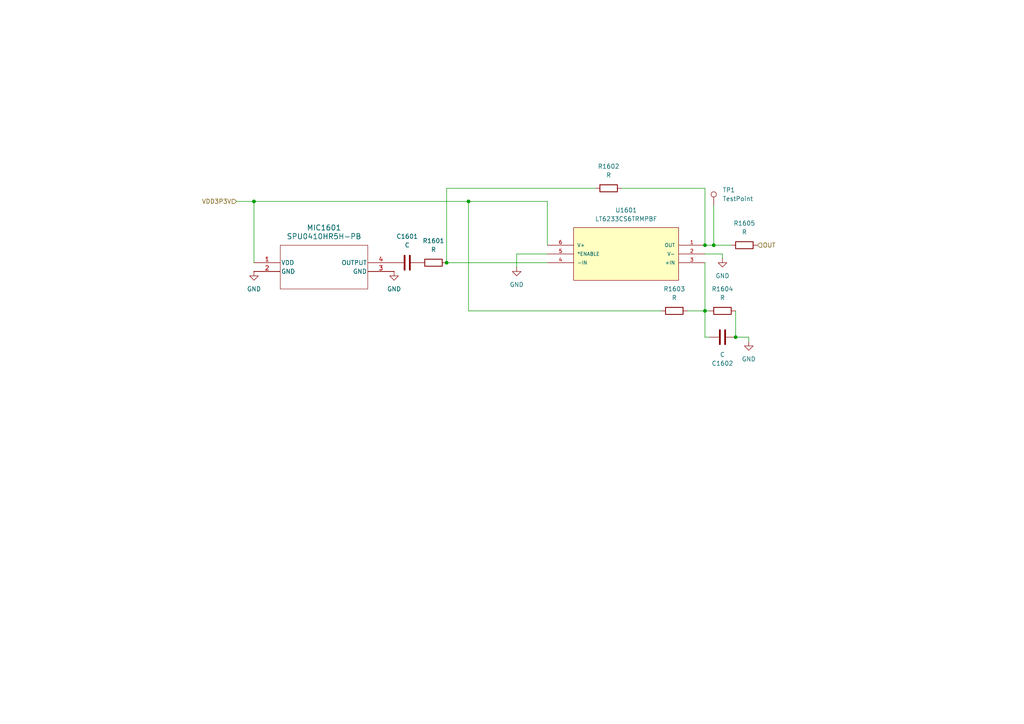
<source format=kicad_sch>
(kicad_sch (version 20231120) (generator "eeschema") (generator_version "8.0")
  (paper "A4")
  (lib_symbols
    (symbol "001_symbol:LT6233CS6TRMPBF" (pin_names (offset 1.016))
      (property "Reference" "U" (at 18.1696 9.1357 0))
      (property "Value" "LT6233CS6TRMPBF" (at 17.5251 6.5878 0))
      (symbol "LT6233CS6TRMPBF_0_0"
        (rectangle (start 7.62 -10.16) (end 38.1 5.08) (stroke (width 0.1524)) (fill (type background)))
        (pin output line (at 0 0 0) (length 7.62) (name "OUT") (number "1"))
        (pin power_in line (at 0 -2.54 0) (length 7.62) (name "V-") (number "2"))
        (pin input line (at 0 -5.08 0) (length 7.62) (name "+IN") (number "3"))
        (pin power_in line (at 45.72 -5.08 180) (length 7.62) (name "-IN") (number "4"))
        (pin passive line (at 45.72 -2.54 180) (length 7.62) (name "*ENABLE") (number "5"))
        (pin input line (at 45.72 0 180) (length 7.62) (name "V+") (number "6"))
      )
    )
    (symbol "001_symbol:SPU0410HR5H-PB" (pin_names (offset 0.254))
      (property "Reference" "MIC" (at 20.32 10.16 0))
      (property "Value" "SPU0410HR5H-PB" (at 20.32 7.62 0))
      (symbol "SPU0410HR5H-PB_0_1"
        (polyline (pts (xy 7.62 -7.62) (xy 33.02 -7.62)) (stroke (width 0.127)))
        (polyline (pts (xy 7.62 5.08) (xy 7.62 -7.62)) (stroke (width 0.127)))
        (polyline (pts (xy 33.02 -7.62) (xy 33.02 5.08)) (stroke (width 0.127)))
        (polyline (pts (xy 33.02 5.08) (xy 7.62 5.08)) (stroke (width 0.127)))
        (pin power_in line (at 0 0 0) (length 7.62) (name "VDD") (number "1"))
        (pin power_out line (at 0 -2.54 0) (length 7.62) (name "GND") (number "2"))
        (pin power_out line (at 40.64 -2.54 180) (length 7.62) (name "GND") (number "3"))
        (pin output line (at 40.64 0 180) (length 7.62) (name "OUTPUT") (number "4"))
      )
    )
    (symbol "Connector:TestPoint" (pin_numbers hide) (pin_names (offset 0.762) hide)
      (property "Reference" "TP" (at 0 6.858 0))
      (property "Value" "TestPoint" (at 0 5.08 0))
      (symbol "TestPoint_0_1"
        (circle (center 0 3.302) (radius 0.762))
      )
      (symbol "TestPoint_1_1"
        (pin passive line (at 0 0 90) (length 2.54) (name "1") (number "1"))
      )
    )
    (symbol "Device:C" (pin_numbers hide) (pin_names (offset 0.254))
      (property "Reference" "C" (at 0.635 2.54 0))
      (property "Value" "C" (at 0.635 -2.54 0))
      (symbol "C_0_1"
        (polyline (pts (xy -2.032 -0.762) (xy 2.032 -0.762)) (stroke (width 0.508)))
        (polyline (pts (xy -2.032 0.762) (xy 2.032 0.762)) (stroke (width 0.508)))
      )
      (symbol "C_1_1"
        (pin passive line (at 0 3.81 270) (length 2.794) (name "~") (number "1"))
        (pin passive line (at 0 -3.81 90) (length 2.794) (name "~") (number "2"))
      )
    )
    (symbol "Device:R" (pin_numbers hide) (pin_names (offset 0))
      (property "Reference" "R" (at 2.032 0 90))
      (property "Value" "R" (at 0 0 90))
      (symbol "R_0_1"
        (rectangle (start -1.016 -2.54) (end 1.016 2.54) (stroke (width 0.254)))
      )
      (symbol "R_1_1"
        (pin passive line (at 0 3.81 270) (length 1.27) (name "~") (number "1"))
        (pin passive line (at 0 -3.81 90) (length 1.27) (name "~") (number "2"))
      )
    )
    (symbol "power:GND" (power) (pin_numbers hide) (pin_names (offset 0) hide)
      (property "Value" "GND" (at 0 -3.81 0))
      (symbol "GND_0_1"
        (polyline (pts (xy 0 0) (xy 0 -1.27) (xy 1.27 -1.27) (xy 0 -2.54) (xy -1.27 -1.27) (xy 0 -1.27)))
      )
      (symbol "GND_1_1"
        (pin power_in line (at 0 0 270) (length 0) (name "~") (number "1"))
      )
    )
  )
  (junction (at 135.89 58.42))
  (junction (at 204.47 71.12))
  (junction (at 213.36 97.79))
  (junction (at 129.54 76.2))
  (junction (at 73.66 58.42))
  (junction (at 207.01 71.12))
  (junction (at 204.47 90.17))
  (wire (pts (xy 135.89 58.42) (xy 158.75 58.42)))
  (wire (pts (xy 204.47 76.2) (xy 204.47 90.17)))
  (wire (pts (xy 204.47 90.17) (xy 204.47 97.79)))
  (wire (pts (xy 209.55 73.66) (xy 209.55 74.93)))
  (wire (pts (xy 204.47 73.66) (xy 209.55 73.66)))
  (wire (pts (xy 213.36 97.79) (xy 217.17 97.79)))
  (wire (pts (xy 204.47 90.17) (xy 205.74 90.17)))
  (wire (pts (xy 73.66 58.42) (xy 135.89 58.42)))
  (wire (pts (xy 199.39 90.17) (xy 204.47 90.17)))
  (wire (pts (xy 129.54 54.61) (xy 172.72 54.61)))
  (wire (pts (xy 129.54 76.2) (xy 129.54 54.61)))
  (wire (pts (xy 73.66 58.42) (xy 73.66 76.2)))
  (wire (pts (xy 149.86 77.47) (xy 149.86 73.66)))
  (wire (pts (xy 204.47 97.79) (xy 205.74 97.79)))
  (wire (pts (xy 217.17 97.79) (xy 217.17 99.06)))
  (wire (pts (xy 158.75 58.42) (xy 158.75 71.12)))
  (wire (pts (xy 213.36 90.17) (xy 213.36 97.79)))
  (wire (pts (xy 149.86 73.66) (xy 158.75 73.66)))
  (wire (pts (xy 204.47 54.61) (xy 204.47 71.12)))
  (wire (pts (xy 129.54 76.2) (xy 158.75 76.2)))
  (wire (pts (xy 191.77 90.17) (xy 135.89 90.17)))
  (wire (pts (xy 207.01 71.12) (xy 212.09 71.12)))
  (wire (pts (xy 135.89 90.17) (xy 135.89 58.42)))
  (wire (pts (xy 204.47 71.12) (xy 207.01 71.12)))
  (wire (pts (xy 207.01 59.69) (xy 207.01 71.12)))
  (wire (pts (xy 180.34 54.61) (xy 204.47 54.61)))
  (wire (pts (xy 68.58 58.42) (xy 73.66 58.42)))
  (hierarchical_label "VDD3P3V" (shape input) (at 68.58 58.42 180))
  (hierarchical_label "OUT" (shape input) (at 219.71 71.12 0))
  (symbol (lib_id "Device:R") (at 215.9 71.12 270) (unit 1)
    (property "Reference" "R1605" (at 215.9 64.77 90))
    (property "Value" "R" (at 215.9 67.31 90))
    (property "Footprint" "Resistor_SMD:R_0603_1608Metric" (effects (hide yes)))
    (property "Description" "Resistor" (effects (hide yes)))
  )
  (symbol (lib_id "Device:R") (at 176.53 54.61 270) (unit 1)
    (property "Reference" "R1602" (at 176.53 48.26 90))
    (property "Value" "R" (at 176.53 50.8 90))
    (property "Footprint" "Resistor_SMD:R_0603_1608Metric" (effects (hide yes)))
    (property "Description" "Resistor" (effects (hide yes)))
  )
  (symbol (lib_id "Device:C") (at 209.55 97.79 90) (mirror x) (unit 1)
    (property "Reference" "C1602" (at 209.55 105.41 90))
    (property "Value" "C" (at 209.55 102.87 90))
    (property "Footprint" "Capacitor_SMD:C_0603_1608Metric" (effects (hide yes)))
    (property "Description" "Unpolarized capacitor" (effects (hide yes)))
  )
  (symbol (lib_id "power:GND") (at 217.17 99.06 0) (unit 1)
    (property "Reference" "#PWR01605" (effects (hide yes)))
    (property "Value" "GND" (at 217.17 104.14 0))
    (property "Description" "Power symbol creates a global label with name \"GND\" , ground" (effects (hide yes)))
  )
  (symbol (lib_id "power:GND") (at 73.66 78.74 0) (unit 1)
    (property "Reference" "#PWR01601" (effects (hide yes)))
    (property "Value" "GND" (at 73.66 83.82 0))
    (property "Description" "Power symbol creates a global label with name \"GND\" , ground" (effects (hide yes)))
  )
  (symbol (lib_id "Device:R") (at 195.58 90.17 90) (unit 1)
    (property "Reference" "R1603" (at 195.58 83.82 90))
    (property "Value" "R" (at 195.58 86.36 90))
    (property "Footprint" "Resistor_SMD:R_0603_1608Metric" (effects (hide yes)))
    (property "Description" "Resistor" (effects (hide yes)))
  )
  (symbol (lib_id "Device:C") (at 118.11 76.2 270) (unit 1)
    (property "Reference" "C1601" (at 118.11 68.58 90))
    (property "Value" "C" (at 118.11 71.12 90))
    (property "Footprint" "Capacitor_SMD:C_0603_1608Metric" (effects (hide yes)))
    (property "Description" "Unpolarized capacitor" (effects (hide yes)))
  )
  (symbol (lib_id "Connector:TestPoint") (at 207.01 59.69 0) (unit 1)
    (property "Reference" "TP1" (at 209.55 55.1179 0) (effects (justify left)))
    (property "Value" "TestPoint" (at 209.55 57.6579 0) (effects (justify left)))
    (property "Footprint" "001_download:TestPoint_Pad_D0.6mm" (effects (hide yes)))
    (property "Description" "test point" (effects (hide yes)))
  )
  (symbol (lib_id "Device:R") (at 125.73 76.2 270) (unit 1)
    (property "Reference" "R1601" (at 125.73 69.85 90))
    (property "Value" "R" (at 125.73 72.39 90))
    (property "Footprint" "Resistor_SMD:R_0603_1608Metric" (effects (hide yes)))
    (property "Description" "Resistor" (effects (hide yes)))
  )
  (symbol (lib_id "power:GND") (at 149.86 77.47 0) (unit 1)
    (property "Reference" "#PWR01603" (effects (hide yes)))
    (property "Value" "GND" (at 149.86 82.55 0))
    (property "Description" "Power symbol creates a global label with name \"GND\" , ground" (effects (hide yes)))
  )
  (symbol (lib_id "001_symbol:LT6233CS6TRMPBF") (at 204.47 71.12 0) (mirror y) (unit 1)
    (property "Reference" "U1601" (at 181.61 60.96 0))
    (property "Value" "LT6233CS6TRMPBF" (at 181.61 63.5 0))
    (property "Footprint" "001_download:SOT-6_S" (effects (hide yes)))
  )
  (symbol (lib_id "001_symbol:SPU0410HR5H-PB") (at 73.66 76.2 0) (unit 1)
    (property "Reference" "MIC1601" (at 93.98 66.04 0) (effects (font (size 1.524 1.524))))
    (property "Value" "SPU0410HR5H-PB" (at 93.98 68.58 0) (effects (font (size 1.524 1.524))))
    (property "Footprint" "001_download:SPU0410HR5H-PB_KNO" (effects (hide yes)))
    (property "Datasheet" "SPU0410HR5H-PB" (effects (hide yes)))
  )
  (symbol (lib_id "Device:R") (at 209.55 90.17 90) (unit 1)
    (property "Reference" "R1604" (at 209.55 83.82 90))
    (property "Value" "R" (at 209.55 86.36 90))
    (property "Footprint" "Resistor_SMD:R_0603_1608Metric" (effects (hide yes)))
    (property "Description" "Resistor" (effects (hide yes)))
  )
  (symbol (lib_id "power:GND") (at 114.3 78.74 0) (unit 1)
    (property "Reference" "#PWR01602" (effects (hide yes)))
    (property "Value" "GND" (at 114.3 83.82 0))
    (property "Description" "Power symbol creates a global label with name \"GND\" , ground" (effects (hide yes)))
  )
  (symbol (lib_id "power:GND") (at 209.55 74.93 0) (unit 1)
    (property "Reference" "#PWR01604" (effects (hide yes)))
    (property "Value" "GND" (at 209.55 80.01 0))
    (property "Description" "Power symbol creates a global label with name \"GND\" , ground" (effects (hide yes)))
  )
)
</source>
